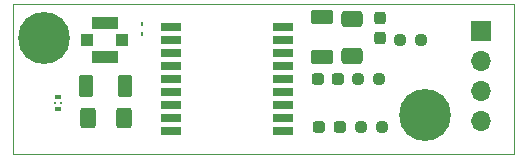
<source format=gbr>
%TF.GenerationSoftware,KiCad,Pcbnew,(6.0.9)*%
%TF.CreationDate,2022-12-24T19:37:37+02:00*%
%TF.ProjectId,GPSBoard,47505342-6f61-4726-942e-6b696361645f,rev?*%
%TF.SameCoordinates,Original*%
%TF.FileFunction,Soldermask,Top*%
%TF.FilePolarity,Negative*%
%FSLAX46Y46*%
G04 Gerber Fmt 4.6, Leading zero omitted, Abs format (unit mm)*
G04 Created by KiCad (PCBNEW (6.0.9)) date 2022-12-24 19:37:37*
%MOMM*%
%LPD*%
G01*
G04 APERTURE LIST*
G04 Aperture macros list*
%AMRoundRect*
0 Rectangle with rounded corners*
0 $1 Rounding radius*
0 $2 $3 $4 $5 $6 $7 $8 $9 X,Y pos of 4 corners*
0 Add a 4 corners polygon primitive as box body*
4,1,4,$2,$3,$4,$5,$6,$7,$8,$9,$2,$3,0*
0 Add four circle primitives for the rounded corners*
1,1,$1+$1,$2,$3*
1,1,$1+$1,$4,$5*
1,1,$1+$1,$6,$7*
1,1,$1+$1,$8,$9*
0 Add four rect primitives between the rounded corners*
20,1,$1+$1,$2,$3,$4,$5,0*
20,1,$1+$1,$4,$5,$6,$7,0*
20,1,$1+$1,$6,$7,$8,$9,0*
20,1,$1+$1,$8,$9,$2,$3,0*%
G04 Aperture macros list end*
%TA.AperFunction,Profile*%
%ADD10C,0.050000*%
%TD*%
%ADD11RoundRect,0.237500X0.237500X-0.287500X0.237500X0.287500X-0.237500X0.287500X-0.237500X-0.287500X0*%
%ADD12RoundRect,0.237500X-0.250000X-0.237500X0.250000X-0.237500X0.250000X0.237500X-0.250000X0.237500X0*%
%ADD13RoundRect,0.250000X0.362500X0.700000X-0.362500X0.700000X-0.362500X-0.700000X0.362500X-0.700000X0*%
%ADD14R,1.000000X1.000000*%
%ADD15R,2.200000X1.050000*%
%ADD16RoundRect,0.250000X-0.650000X0.412500X-0.650000X-0.412500X0.650000X-0.412500X0.650000X0.412500X0*%
%ADD17R,0.250000X0.360000*%
%ADD18RoundRect,0.237500X0.287500X0.237500X-0.287500X0.237500X-0.287500X-0.237500X0.287500X-0.237500X0*%
%ADD19RoundRect,0.250000X-0.400000X-0.625000X0.400000X-0.625000X0.400000X0.625000X-0.400000X0.625000X0*%
%ADD20C,2.600000*%
%ADD21C,4.400000*%
%ADD22R,0.600000X0.300000*%
%ADD23R,0.250000X0.190000*%
%ADD24RoundRect,0.250000X-0.700000X0.362500X-0.700000X-0.362500X0.700000X-0.362500X0.700000X0.362500X0*%
%ADD25R,1.700000X1.700000*%
%ADD26O,1.700000X1.700000*%
%ADD27R,1.800000X0.700000*%
%ADD28R,1.800000X0.800000*%
G04 APERTURE END LIST*
D10*
X70739000Y-62230000D02*
X113157000Y-62230000D01*
X113157000Y-62230000D02*
X113157000Y-74930000D01*
X113157000Y-74930000D02*
X70739000Y-74930000D01*
X70739000Y-74930000D02*
X70739000Y-62230000D01*
D11*
%TO.C,D4*%
X101854000Y-65151000D03*
X101854000Y-63401000D03*
%TD*%
D12*
%TO.C,R3*%
X100203000Y-72644000D03*
X102028000Y-72644000D03*
%TD*%
D13*
%TO.C,L2*%
X80264000Y-69215000D03*
X76939000Y-69215000D03*
%TD*%
D14*
%TO.C,J2*%
X80010000Y-65278000D03*
D15*
X78510000Y-66753000D03*
D14*
X77010000Y-65278000D03*
D15*
X78510000Y-63803000D03*
%TD*%
D16*
%TO.C,C1*%
X99441000Y-63500000D03*
X99441000Y-66625000D03*
%TD*%
D17*
%TO.C,D1*%
X81661000Y-63930000D03*
X81661000Y-64770000D03*
%TD*%
D12*
%TO.C,R2*%
X99949000Y-68580000D03*
X101774000Y-68580000D03*
%TD*%
D18*
%TO.C,D2*%
X98284000Y-68580000D03*
X96534000Y-68580000D03*
%TD*%
D19*
%TO.C,R1*%
X77089000Y-71882000D03*
X80189000Y-71882000D03*
%TD*%
D20*
%TO.C,H2*%
X105664000Y-71628000D03*
D21*
X105664000Y-71628000D03*
%TD*%
D18*
%TO.C,D3*%
X98397000Y-72644000D03*
X96647000Y-72644000D03*
%TD*%
D22*
%TO.C,FL1*%
X74549000Y-70120000D03*
D23*
X74299000Y-70620000D03*
D22*
X74549000Y-71120000D03*
D23*
X74799000Y-70620000D03*
%TD*%
D21*
%TO.C,H1*%
X73406000Y-65151000D03*
D20*
X73406000Y-65151000D03*
%TD*%
D12*
%TO.C,R4*%
X103505000Y-65278000D03*
X105330000Y-65278000D03*
%TD*%
D24*
%TO.C,L1*%
X96901000Y-63373000D03*
X96901000Y-66698000D03*
%TD*%
D25*
%TO.C,J1*%
X110363000Y-64516000D03*
D26*
X110363000Y-67056000D03*
X110363000Y-69596000D03*
X110363000Y-72136000D03*
%TD*%
D27*
%TO.C,IC1*%
X93650000Y-72980000D03*
D28*
X93650000Y-71880000D03*
X93650000Y-70780000D03*
X93650000Y-69680000D03*
X93650000Y-68580000D03*
X93650000Y-67480000D03*
X93650000Y-66380000D03*
X93650000Y-65280000D03*
D27*
X93650000Y-64180000D03*
X84150000Y-64180000D03*
D28*
X84150000Y-65280000D03*
X84150000Y-66380000D03*
X84150000Y-67480000D03*
X84150000Y-68580000D03*
X84150000Y-69680000D03*
X84150000Y-70780000D03*
X84150000Y-71880000D03*
D27*
X84150000Y-72980000D03*
%TD*%
M02*

</source>
